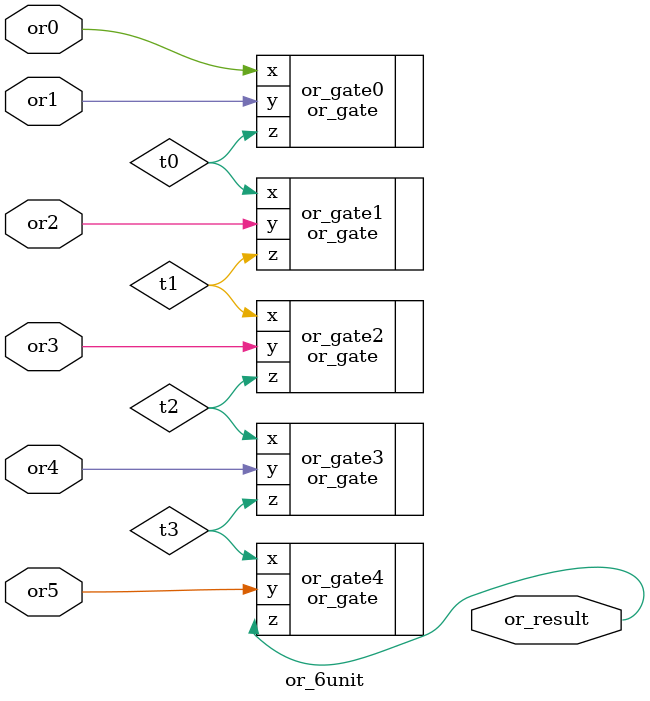
<source format=v>
`timescale 1ns/1ps
module or_6unit(
//input
or0,
or1,
or2,
or3,
or4,
or5,
//output
or_result
);
input or0;
input or1;
input or2;
input or3;
input or4;
input or5;
output or_result;
wire t0;
wire t1;
wire t2;
wire t3;
or_gate or_gate0(
.x(or0),
.y(or1),
.z(t0)
);

or_gate or_gate1(
.x(t0),
.y(or2),
.z(t1)
);

or_gate or_gate2(
.x(t1),
.y(or3),
.z(t2)
);
or_gate or_gate3(
.x(t2),
.y(or4),
.z(t3)
);
or_gate or_gate4(
.x(t3),
.y(or5),
.z(or_result)
);
endmodule
</source>
